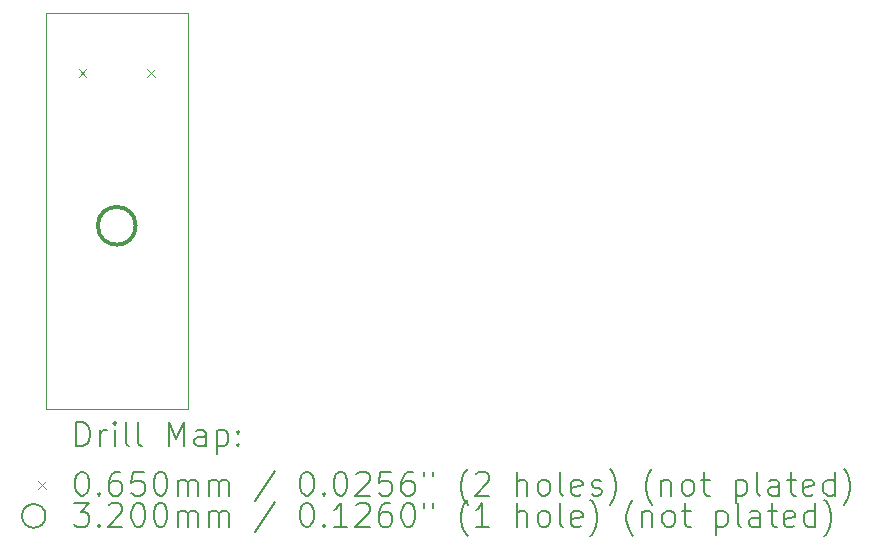
<source format=gbr>
%TF.GenerationSoftware,KiCad,Pcbnew,9.0.1*%
%TF.CreationDate,2025-10-23T20:39:28-06:00*%
%TF.ProjectId,usbport,75736270-6f72-4742-9e6b-696361645f70,rev?*%
%TF.SameCoordinates,Original*%
%TF.FileFunction,Drillmap*%
%TF.FilePolarity,Positive*%
%FSLAX45Y45*%
G04 Gerber Fmt 4.5, Leading zero omitted, Abs format (unit mm)*
G04 Created by KiCad (PCBNEW 9.0.1) date 2025-10-23 20:39:28*
%MOMM*%
%LPD*%
G01*
G04 APERTURE LIST*
%ADD10C,0.050000*%
%ADD11C,0.200000*%
%ADD12C,0.100000*%
%ADD13C,0.320000*%
G04 APERTURE END LIST*
D10*
X9200000Y-7300000D02*
X9800000Y-7300000D01*
X9800000Y-7300000D02*
X9800000Y-9800000D01*
X8600000Y-10650000D02*
X9800000Y-10650000D01*
X8600000Y-9800000D02*
X8600000Y-10650000D01*
X9200000Y-7300000D02*
X8600000Y-7300000D01*
X9800000Y-10650000D02*
X9800000Y-9800000D01*
X8600000Y-7300000D02*
X8600000Y-9800000D01*
D11*
D12*
X8878500Y-7776250D02*
X8943500Y-7841250D01*
X8943500Y-7776250D02*
X8878500Y-7841250D01*
X9456500Y-7776250D02*
X9521500Y-7841250D01*
X9521500Y-7776250D02*
X9456500Y-7841250D01*
D13*
X9360000Y-9100000D02*
G75*
G02*
X9040000Y-9100000I-160000J0D01*
G01*
X9040000Y-9100000D02*
G75*
G02*
X9360000Y-9100000I160000J0D01*
G01*
D11*
X8858277Y-10963984D02*
X8858277Y-10763984D01*
X8858277Y-10763984D02*
X8905896Y-10763984D01*
X8905896Y-10763984D02*
X8934467Y-10773508D01*
X8934467Y-10773508D02*
X8953515Y-10792555D01*
X8953515Y-10792555D02*
X8963039Y-10811603D01*
X8963039Y-10811603D02*
X8972563Y-10849698D01*
X8972563Y-10849698D02*
X8972563Y-10878270D01*
X8972563Y-10878270D02*
X8963039Y-10916365D01*
X8963039Y-10916365D02*
X8953515Y-10935412D01*
X8953515Y-10935412D02*
X8934467Y-10954460D01*
X8934467Y-10954460D02*
X8905896Y-10963984D01*
X8905896Y-10963984D02*
X8858277Y-10963984D01*
X9058277Y-10963984D02*
X9058277Y-10830650D01*
X9058277Y-10868746D02*
X9067801Y-10849698D01*
X9067801Y-10849698D02*
X9077324Y-10840174D01*
X9077324Y-10840174D02*
X9096372Y-10830650D01*
X9096372Y-10830650D02*
X9115420Y-10830650D01*
X9182086Y-10963984D02*
X9182086Y-10830650D01*
X9182086Y-10763984D02*
X9172563Y-10773508D01*
X9172563Y-10773508D02*
X9182086Y-10783031D01*
X9182086Y-10783031D02*
X9191610Y-10773508D01*
X9191610Y-10773508D02*
X9182086Y-10763984D01*
X9182086Y-10763984D02*
X9182086Y-10783031D01*
X9305896Y-10963984D02*
X9286848Y-10954460D01*
X9286848Y-10954460D02*
X9277324Y-10935412D01*
X9277324Y-10935412D02*
X9277324Y-10763984D01*
X9410658Y-10963984D02*
X9391610Y-10954460D01*
X9391610Y-10954460D02*
X9382086Y-10935412D01*
X9382086Y-10935412D02*
X9382086Y-10763984D01*
X9639229Y-10963984D02*
X9639229Y-10763984D01*
X9639229Y-10763984D02*
X9705896Y-10906841D01*
X9705896Y-10906841D02*
X9772563Y-10763984D01*
X9772563Y-10763984D02*
X9772563Y-10963984D01*
X9953515Y-10963984D02*
X9953515Y-10859222D01*
X9953515Y-10859222D02*
X9943991Y-10840174D01*
X9943991Y-10840174D02*
X9924944Y-10830650D01*
X9924944Y-10830650D02*
X9886848Y-10830650D01*
X9886848Y-10830650D02*
X9867801Y-10840174D01*
X9953515Y-10954460D02*
X9934467Y-10963984D01*
X9934467Y-10963984D02*
X9886848Y-10963984D01*
X9886848Y-10963984D02*
X9867801Y-10954460D01*
X9867801Y-10954460D02*
X9858277Y-10935412D01*
X9858277Y-10935412D02*
X9858277Y-10916365D01*
X9858277Y-10916365D02*
X9867801Y-10897317D01*
X9867801Y-10897317D02*
X9886848Y-10887793D01*
X9886848Y-10887793D02*
X9934467Y-10887793D01*
X9934467Y-10887793D02*
X9953515Y-10878270D01*
X10048753Y-10830650D02*
X10048753Y-11030650D01*
X10048753Y-10840174D02*
X10067801Y-10830650D01*
X10067801Y-10830650D02*
X10105896Y-10830650D01*
X10105896Y-10830650D02*
X10124944Y-10840174D01*
X10124944Y-10840174D02*
X10134467Y-10849698D01*
X10134467Y-10849698D02*
X10143991Y-10868746D01*
X10143991Y-10868746D02*
X10143991Y-10925889D01*
X10143991Y-10925889D02*
X10134467Y-10944936D01*
X10134467Y-10944936D02*
X10124944Y-10954460D01*
X10124944Y-10954460D02*
X10105896Y-10963984D01*
X10105896Y-10963984D02*
X10067801Y-10963984D01*
X10067801Y-10963984D02*
X10048753Y-10954460D01*
X10229705Y-10944936D02*
X10239229Y-10954460D01*
X10239229Y-10954460D02*
X10229705Y-10963984D01*
X10229705Y-10963984D02*
X10220182Y-10954460D01*
X10220182Y-10954460D02*
X10229705Y-10944936D01*
X10229705Y-10944936D02*
X10229705Y-10963984D01*
X10229705Y-10840174D02*
X10239229Y-10849698D01*
X10239229Y-10849698D02*
X10229705Y-10859222D01*
X10229705Y-10859222D02*
X10220182Y-10849698D01*
X10220182Y-10849698D02*
X10229705Y-10840174D01*
X10229705Y-10840174D02*
X10229705Y-10859222D01*
D12*
X8532500Y-11260000D02*
X8597500Y-11325000D01*
X8597500Y-11260000D02*
X8532500Y-11325000D01*
D11*
X8896372Y-11183984D02*
X8915420Y-11183984D01*
X8915420Y-11183984D02*
X8934467Y-11193508D01*
X8934467Y-11193508D02*
X8943991Y-11203031D01*
X8943991Y-11203031D02*
X8953515Y-11222079D01*
X8953515Y-11222079D02*
X8963039Y-11260174D01*
X8963039Y-11260174D02*
X8963039Y-11307793D01*
X8963039Y-11307793D02*
X8953515Y-11345888D01*
X8953515Y-11345888D02*
X8943991Y-11364936D01*
X8943991Y-11364936D02*
X8934467Y-11374460D01*
X8934467Y-11374460D02*
X8915420Y-11383984D01*
X8915420Y-11383984D02*
X8896372Y-11383984D01*
X8896372Y-11383984D02*
X8877324Y-11374460D01*
X8877324Y-11374460D02*
X8867801Y-11364936D01*
X8867801Y-11364936D02*
X8858277Y-11345888D01*
X8858277Y-11345888D02*
X8848753Y-11307793D01*
X8848753Y-11307793D02*
X8848753Y-11260174D01*
X8848753Y-11260174D02*
X8858277Y-11222079D01*
X8858277Y-11222079D02*
X8867801Y-11203031D01*
X8867801Y-11203031D02*
X8877324Y-11193508D01*
X8877324Y-11193508D02*
X8896372Y-11183984D01*
X9048753Y-11364936D02*
X9058277Y-11374460D01*
X9058277Y-11374460D02*
X9048753Y-11383984D01*
X9048753Y-11383984D02*
X9039229Y-11374460D01*
X9039229Y-11374460D02*
X9048753Y-11364936D01*
X9048753Y-11364936D02*
X9048753Y-11383984D01*
X9229705Y-11183984D02*
X9191610Y-11183984D01*
X9191610Y-11183984D02*
X9172563Y-11193508D01*
X9172563Y-11193508D02*
X9163039Y-11203031D01*
X9163039Y-11203031D02*
X9143991Y-11231603D01*
X9143991Y-11231603D02*
X9134467Y-11269698D01*
X9134467Y-11269698D02*
X9134467Y-11345888D01*
X9134467Y-11345888D02*
X9143991Y-11364936D01*
X9143991Y-11364936D02*
X9153515Y-11374460D01*
X9153515Y-11374460D02*
X9172563Y-11383984D01*
X9172563Y-11383984D02*
X9210658Y-11383984D01*
X9210658Y-11383984D02*
X9229705Y-11374460D01*
X9229705Y-11374460D02*
X9239229Y-11364936D01*
X9239229Y-11364936D02*
X9248753Y-11345888D01*
X9248753Y-11345888D02*
X9248753Y-11298269D01*
X9248753Y-11298269D02*
X9239229Y-11279222D01*
X9239229Y-11279222D02*
X9229705Y-11269698D01*
X9229705Y-11269698D02*
X9210658Y-11260174D01*
X9210658Y-11260174D02*
X9172563Y-11260174D01*
X9172563Y-11260174D02*
X9153515Y-11269698D01*
X9153515Y-11269698D02*
X9143991Y-11279222D01*
X9143991Y-11279222D02*
X9134467Y-11298269D01*
X9429705Y-11183984D02*
X9334467Y-11183984D01*
X9334467Y-11183984D02*
X9324944Y-11279222D01*
X9324944Y-11279222D02*
X9334467Y-11269698D01*
X9334467Y-11269698D02*
X9353515Y-11260174D01*
X9353515Y-11260174D02*
X9401134Y-11260174D01*
X9401134Y-11260174D02*
X9420182Y-11269698D01*
X9420182Y-11269698D02*
X9429705Y-11279222D01*
X9429705Y-11279222D02*
X9439229Y-11298269D01*
X9439229Y-11298269D02*
X9439229Y-11345888D01*
X9439229Y-11345888D02*
X9429705Y-11364936D01*
X9429705Y-11364936D02*
X9420182Y-11374460D01*
X9420182Y-11374460D02*
X9401134Y-11383984D01*
X9401134Y-11383984D02*
X9353515Y-11383984D01*
X9353515Y-11383984D02*
X9334467Y-11374460D01*
X9334467Y-11374460D02*
X9324944Y-11364936D01*
X9563039Y-11183984D02*
X9582086Y-11183984D01*
X9582086Y-11183984D02*
X9601134Y-11193508D01*
X9601134Y-11193508D02*
X9610658Y-11203031D01*
X9610658Y-11203031D02*
X9620182Y-11222079D01*
X9620182Y-11222079D02*
X9629705Y-11260174D01*
X9629705Y-11260174D02*
X9629705Y-11307793D01*
X9629705Y-11307793D02*
X9620182Y-11345888D01*
X9620182Y-11345888D02*
X9610658Y-11364936D01*
X9610658Y-11364936D02*
X9601134Y-11374460D01*
X9601134Y-11374460D02*
X9582086Y-11383984D01*
X9582086Y-11383984D02*
X9563039Y-11383984D01*
X9563039Y-11383984D02*
X9543991Y-11374460D01*
X9543991Y-11374460D02*
X9534467Y-11364936D01*
X9534467Y-11364936D02*
X9524944Y-11345888D01*
X9524944Y-11345888D02*
X9515420Y-11307793D01*
X9515420Y-11307793D02*
X9515420Y-11260174D01*
X9515420Y-11260174D02*
X9524944Y-11222079D01*
X9524944Y-11222079D02*
X9534467Y-11203031D01*
X9534467Y-11203031D02*
X9543991Y-11193508D01*
X9543991Y-11193508D02*
X9563039Y-11183984D01*
X9715420Y-11383984D02*
X9715420Y-11250650D01*
X9715420Y-11269698D02*
X9724944Y-11260174D01*
X9724944Y-11260174D02*
X9743991Y-11250650D01*
X9743991Y-11250650D02*
X9772563Y-11250650D01*
X9772563Y-11250650D02*
X9791610Y-11260174D01*
X9791610Y-11260174D02*
X9801134Y-11279222D01*
X9801134Y-11279222D02*
X9801134Y-11383984D01*
X9801134Y-11279222D02*
X9810658Y-11260174D01*
X9810658Y-11260174D02*
X9829705Y-11250650D01*
X9829705Y-11250650D02*
X9858277Y-11250650D01*
X9858277Y-11250650D02*
X9877325Y-11260174D01*
X9877325Y-11260174D02*
X9886848Y-11279222D01*
X9886848Y-11279222D02*
X9886848Y-11383984D01*
X9982086Y-11383984D02*
X9982086Y-11250650D01*
X9982086Y-11269698D02*
X9991610Y-11260174D01*
X9991610Y-11260174D02*
X10010658Y-11250650D01*
X10010658Y-11250650D02*
X10039229Y-11250650D01*
X10039229Y-11250650D02*
X10058277Y-11260174D01*
X10058277Y-11260174D02*
X10067801Y-11279222D01*
X10067801Y-11279222D02*
X10067801Y-11383984D01*
X10067801Y-11279222D02*
X10077325Y-11260174D01*
X10077325Y-11260174D02*
X10096372Y-11250650D01*
X10096372Y-11250650D02*
X10124944Y-11250650D01*
X10124944Y-11250650D02*
X10143991Y-11260174D01*
X10143991Y-11260174D02*
X10153515Y-11279222D01*
X10153515Y-11279222D02*
X10153515Y-11383984D01*
X10543991Y-11174460D02*
X10372563Y-11431603D01*
X10801134Y-11183984D02*
X10820182Y-11183984D01*
X10820182Y-11183984D02*
X10839229Y-11193508D01*
X10839229Y-11193508D02*
X10848753Y-11203031D01*
X10848753Y-11203031D02*
X10858277Y-11222079D01*
X10858277Y-11222079D02*
X10867801Y-11260174D01*
X10867801Y-11260174D02*
X10867801Y-11307793D01*
X10867801Y-11307793D02*
X10858277Y-11345888D01*
X10858277Y-11345888D02*
X10848753Y-11364936D01*
X10848753Y-11364936D02*
X10839229Y-11374460D01*
X10839229Y-11374460D02*
X10820182Y-11383984D01*
X10820182Y-11383984D02*
X10801134Y-11383984D01*
X10801134Y-11383984D02*
X10782087Y-11374460D01*
X10782087Y-11374460D02*
X10772563Y-11364936D01*
X10772563Y-11364936D02*
X10763039Y-11345888D01*
X10763039Y-11345888D02*
X10753515Y-11307793D01*
X10753515Y-11307793D02*
X10753515Y-11260174D01*
X10753515Y-11260174D02*
X10763039Y-11222079D01*
X10763039Y-11222079D02*
X10772563Y-11203031D01*
X10772563Y-11203031D02*
X10782087Y-11193508D01*
X10782087Y-11193508D02*
X10801134Y-11183984D01*
X10953515Y-11364936D02*
X10963039Y-11374460D01*
X10963039Y-11374460D02*
X10953515Y-11383984D01*
X10953515Y-11383984D02*
X10943991Y-11374460D01*
X10943991Y-11374460D02*
X10953515Y-11364936D01*
X10953515Y-11364936D02*
X10953515Y-11383984D01*
X11086848Y-11183984D02*
X11105896Y-11183984D01*
X11105896Y-11183984D02*
X11124944Y-11193508D01*
X11124944Y-11193508D02*
X11134468Y-11203031D01*
X11134468Y-11203031D02*
X11143991Y-11222079D01*
X11143991Y-11222079D02*
X11153515Y-11260174D01*
X11153515Y-11260174D02*
X11153515Y-11307793D01*
X11153515Y-11307793D02*
X11143991Y-11345888D01*
X11143991Y-11345888D02*
X11134468Y-11364936D01*
X11134468Y-11364936D02*
X11124944Y-11374460D01*
X11124944Y-11374460D02*
X11105896Y-11383984D01*
X11105896Y-11383984D02*
X11086848Y-11383984D01*
X11086848Y-11383984D02*
X11067801Y-11374460D01*
X11067801Y-11374460D02*
X11058277Y-11364936D01*
X11058277Y-11364936D02*
X11048753Y-11345888D01*
X11048753Y-11345888D02*
X11039229Y-11307793D01*
X11039229Y-11307793D02*
X11039229Y-11260174D01*
X11039229Y-11260174D02*
X11048753Y-11222079D01*
X11048753Y-11222079D02*
X11058277Y-11203031D01*
X11058277Y-11203031D02*
X11067801Y-11193508D01*
X11067801Y-11193508D02*
X11086848Y-11183984D01*
X11229706Y-11203031D02*
X11239229Y-11193508D01*
X11239229Y-11193508D02*
X11258277Y-11183984D01*
X11258277Y-11183984D02*
X11305896Y-11183984D01*
X11305896Y-11183984D02*
X11324944Y-11193508D01*
X11324944Y-11193508D02*
X11334467Y-11203031D01*
X11334467Y-11203031D02*
X11343991Y-11222079D01*
X11343991Y-11222079D02*
X11343991Y-11241127D01*
X11343991Y-11241127D02*
X11334467Y-11269698D01*
X11334467Y-11269698D02*
X11220182Y-11383984D01*
X11220182Y-11383984D02*
X11343991Y-11383984D01*
X11524944Y-11183984D02*
X11429706Y-11183984D01*
X11429706Y-11183984D02*
X11420182Y-11279222D01*
X11420182Y-11279222D02*
X11429706Y-11269698D01*
X11429706Y-11269698D02*
X11448753Y-11260174D01*
X11448753Y-11260174D02*
X11496372Y-11260174D01*
X11496372Y-11260174D02*
X11515420Y-11269698D01*
X11515420Y-11269698D02*
X11524944Y-11279222D01*
X11524944Y-11279222D02*
X11534467Y-11298269D01*
X11534467Y-11298269D02*
X11534467Y-11345888D01*
X11534467Y-11345888D02*
X11524944Y-11364936D01*
X11524944Y-11364936D02*
X11515420Y-11374460D01*
X11515420Y-11374460D02*
X11496372Y-11383984D01*
X11496372Y-11383984D02*
X11448753Y-11383984D01*
X11448753Y-11383984D02*
X11429706Y-11374460D01*
X11429706Y-11374460D02*
X11420182Y-11364936D01*
X11705896Y-11183984D02*
X11667801Y-11183984D01*
X11667801Y-11183984D02*
X11648753Y-11193508D01*
X11648753Y-11193508D02*
X11639229Y-11203031D01*
X11639229Y-11203031D02*
X11620182Y-11231603D01*
X11620182Y-11231603D02*
X11610658Y-11269698D01*
X11610658Y-11269698D02*
X11610658Y-11345888D01*
X11610658Y-11345888D02*
X11620182Y-11364936D01*
X11620182Y-11364936D02*
X11629706Y-11374460D01*
X11629706Y-11374460D02*
X11648753Y-11383984D01*
X11648753Y-11383984D02*
X11686848Y-11383984D01*
X11686848Y-11383984D02*
X11705896Y-11374460D01*
X11705896Y-11374460D02*
X11715420Y-11364936D01*
X11715420Y-11364936D02*
X11724944Y-11345888D01*
X11724944Y-11345888D02*
X11724944Y-11298269D01*
X11724944Y-11298269D02*
X11715420Y-11279222D01*
X11715420Y-11279222D02*
X11705896Y-11269698D01*
X11705896Y-11269698D02*
X11686848Y-11260174D01*
X11686848Y-11260174D02*
X11648753Y-11260174D01*
X11648753Y-11260174D02*
X11629706Y-11269698D01*
X11629706Y-11269698D02*
X11620182Y-11279222D01*
X11620182Y-11279222D02*
X11610658Y-11298269D01*
X11801134Y-11183984D02*
X11801134Y-11222079D01*
X11877325Y-11183984D02*
X11877325Y-11222079D01*
X12172563Y-11460174D02*
X12163039Y-11450650D01*
X12163039Y-11450650D02*
X12143991Y-11422079D01*
X12143991Y-11422079D02*
X12134468Y-11403031D01*
X12134468Y-11403031D02*
X12124944Y-11374460D01*
X12124944Y-11374460D02*
X12115420Y-11326841D01*
X12115420Y-11326841D02*
X12115420Y-11288746D01*
X12115420Y-11288746D02*
X12124944Y-11241127D01*
X12124944Y-11241127D02*
X12134468Y-11212555D01*
X12134468Y-11212555D02*
X12143991Y-11193508D01*
X12143991Y-11193508D02*
X12163039Y-11164936D01*
X12163039Y-11164936D02*
X12172563Y-11155412D01*
X12239229Y-11203031D02*
X12248753Y-11193508D01*
X12248753Y-11193508D02*
X12267801Y-11183984D01*
X12267801Y-11183984D02*
X12315420Y-11183984D01*
X12315420Y-11183984D02*
X12334468Y-11193508D01*
X12334468Y-11193508D02*
X12343991Y-11203031D01*
X12343991Y-11203031D02*
X12353515Y-11222079D01*
X12353515Y-11222079D02*
X12353515Y-11241127D01*
X12353515Y-11241127D02*
X12343991Y-11269698D01*
X12343991Y-11269698D02*
X12229706Y-11383984D01*
X12229706Y-11383984D02*
X12353515Y-11383984D01*
X12591610Y-11383984D02*
X12591610Y-11183984D01*
X12677325Y-11383984D02*
X12677325Y-11279222D01*
X12677325Y-11279222D02*
X12667801Y-11260174D01*
X12667801Y-11260174D02*
X12648753Y-11250650D01*
X12648753Y-11250650D02*
X12620182Y-11250650D01*
X12620182Y-11250650D02*
X12601134Y-11260174D01*
X12601134Y-11260174D02*
X12591610Y-11269698D01*
X12801134Y-11383984D02*
X12782087Y-11374460D01*
X12782087Y-11374460D02*
X12772563Y-11364936D01*
X12772563Y-11364936D02*
X12763039Y-11345888D01*
X12763039Y-11345888D02*
X12763039Y-11288746D01*
X12763039Y-11288746D02*
X12772563Y-11269698D01*
X12772563Y-11269698D02*
X12782087Y-11260174D01*
X12782087Y-11260174D02*
X12801134Y-11250650D01*
X12801134Y-11250650D02*
X12829706Y-11250650D01*
X12829706Y-11250650D02*
X12848753Y-11260174D01*
X12848753Y-11260174D02*
X12858277Y-11269698D01*
X12858277Y-11269698D02*
X12867801Y-11288746D01*
X12867801Y-11288746D02*
X12867801Y-11345888D01*
X12867801Y-11345888D02*
X12858277Y-11364936D01*
X12858277Y-11364936D02*
X12848753Y-11374460D01*
X12848753Y-11374460D02*
X12829706Y-11383984D01*
X12829706Y-11383984D02*
X12801134Y-11383984D01*
X12982087Y-11383984D02*
X12963039Y-11374460D01*
X12963039Y-11374460D02*
X12953515Y-11355412D01*
X12953515Y-11355412D02*
X12953515Y-11183984D01*
X13134468Y-11374460D02*
X13115420Y-11383984D01*
X13115420Y-11383984D02*
X13077325Y-11383984D01*
X13077325Y-11383984D02*
X13058277Y-11374460D01*
X13058277Y-11374460D02*
X13048753Y-11355412D01*
X13048753Y-11355412D02*
X13048753Y-11279222D01*
X13048753Y-11279222D02*
X13058277Y-11260174D01*
X13058277Y-11260174D02*
X13077325Y-11250650D01*
X13077325Y-11250650D02*
X13115420Y-11250650D01*
X13115420Y-11250650D02*
X13134468Y-11260174D01*
X13134468Y-11260174D02*
X13143991Y-11279222D01*
X13143991Y-11279222D02*
X13143991Y-11298269D01*
X13143991Y-11298269D02*
X13048753Y-11317317D01*
X13220182Y-11374460D02*
X13239230Y-11383984D01*
X13239230Y-11383984D02*
X13277325Y-11383984D01*
X13277325Y-11383984D02*
X13296372Y-11374460D01*
X13296372Y-11374460D02*
X13305896Y-11355412D01*
X13305896Y-11355412D02*
X13305896Y-11345888D01*
X13305896Y-11345888D02*
X13296372Y-11326841D01*
X13296372Y-11326841D02*
X13277325Y-11317317D01*
X13277325Y-11317317D02*
X13248753Y-11317317D01*
X13248753Y-11317317D02*
X13229706Y-11307793D01*
X13229706Y-11307793D02*
X13220182Y-11288746D01*
X13220182Y-11288746D02*
X13220182Y-11279222D01*
X13220182Y-11279222D02*
X13229706Y-11260174D01*
X13229706Y-11260174D02*
X13248753Y-11250650D01*
X13248753Y-11250650D02*
X13277325Y-11250650D01*
X13277325Y-11250650D02*
X13296372Y-11260174D01*
X13372563Y-11460174D02*
X13382087Y-11450650D01*
X13382087Y-11450650D02*
X13401134Y-11422079D01*
X13401134Y-11422079D02*
X13410658Y-11403031D01*
X13410658Y-11403031D02*
X13420182Y-11374460D01*
X13420182Y-11374460D02*
X13429706Y-11326841D01*
X13429706Y-11326841D02*
X13429706Y-11288746D01*
X13429706Y-11288746D02*
X13420182Y-11241127D01*
X13420182Y-11241127D02*
X13410658Y-11212555D01*
X13410658Y-11212555D02*
X13401134Y-11193508D01*
X13401134Y-11193508D02*
X13382087Y-11164936D01*
X13382087Y-11164936D02*
X13372563Y-11155412D01*
X13734468Y-11460174D02*
X13724944Y-11450650D01*
X13724944Y-11450650D02*
X13705896Y-11422079D01*
X13705896Y-11422079D02*
X13696372Y-11403031D01*
X13696372Y-11403031D02*
X13686849Y-11374460D01*
X13686849Y-11374460D02*
X13677325Y-11326841D01*
X13677325Y-11326841D02*
X13677325Y-11288746D01*
X13677325Y-11288746D02*
X13686849Y-11241127D01*
X13686849Y-11241127D02*
X13696372Y-11212555D01*
X13696372Y-11212555D02*
X13705896Y-11193508D01*
X13705896Y-11193508D02*
X13724944Y-11164936D01*
X13724944Y-11164936D02*
X13734468Y-11155412D01*
X13810658Y-11250650D02*
X13810658Y-11383984D01*
X13810658Y-11269698D02*
X13820182Y-11260174D01*
X13820182Y-11260174D02*
X13839230Y-11250650D01*
X13839230Y-11250650D02*
X13867801Y-11250650D01*
X13867801Y-11250650D02*
X13886849Y-11260174D01*
X13886849Y-11260174D02*
X13896372Y-11279222D01*
X13896372Y-11279222D02*
X13896372Y-11383984D01*
X14020182Y-11383984D02*
X14001134Y-11374460D01*
X14001134Y-11374460D02*
X13991611Y-11364936D01*
X13991611Y-11364936D02*
X13982087Y-11345888D01*
X13982087Y-11345888D02*
X13982087Y-11288746D01*
X13982087Y-11288746D02*
X13991611Y-11269698D01*
X13991611Y-11269698D02*
X14001134Y-11260174D01*
X14001134Y-11260174D02*
X14020182Y-11250650D01*
X14020182Y-11250650D02*
X14048753Y-11250650D01*
X14048753Y-11250650D02*
X14067801Y-11260174D01*
X14067801Y-11260174D02*
X14077325Y-11269698D01*
X14077325Y-11269698D02*
X14086849Y-11288746D01*
X14086849Y-11288746D02*
X14086849Y-11345888D01*
X14086849Y-11345888D02*
X14077325Y-11364936D01*
X14077325Y-11364936D02*
X14067801Y-11374460D01*
X14067801Y-11374460D02*
X14048753Y-11383984D01*
X14048753Y-11383984D02*
X14020182Y-11383984D01*
X14143992Y-11250650D02*
X14220182Y-11250650D01*
X14172563Y-11183984D02*
X14172563Y-11355412D01*
X14172563Y-11355412D02*
X14182087Y-11374460D01*
X14182087Y-11374460D02*
X14201134Y-11383984D01*
X14201134Y-11383984D02*
X14220182Y-11383984D01*
X14439230Y-11250650D02*
X14439230Y-11450650D01*
X14439230Y-11260174D02*
X14458277Y-11250650D01*
X14458277Y-11250650D02*
X14496373Y-11250650D01*
X14496373Y-11250650D02*
X14515420Y-11260174D01*
X14515420Y-11260174D02*
X14524944Y-11269698D01*
X14524944Y-11269698D02*
X14534468Y-11288746D01*
X14534468Y-11288746D02*
X14534468Y-11345888D01*
X14534468Y-11345888D02*
X14524944Y-11364936D01*
X14524944Y-11364936D02*
X14515420Y-11374460D01*
X14515420Y-11374460D02*
X14496373Y-11383984D01*
X14496373Y-11383984D02*
X14458277Y-11383984D01*
X14458277Y-11383984D02*
X14439230Y-11374460D01*
X14648753Y-11383984D02*
X14629706Y-11374460D01*
X14629706Y-11374460D02*
X14620182Y-11355412D01*
X14620182Y-11355412D02*
X14620182Y-11183984D01*
X14810658Y-11383984D02*
X14810658Y-11279222D01*
X14810658Y-11279222D02*
X14801134Y-11260174D01*
X14801134Y-11260174D02*
X14782087Y-11250650D01*
X14782087Y-11250650D02*
X14743992Y-11250650D01*
X14743992Y-11250650D02*
X14724944Y-11260174D01*
X14810658Y-11374460D02*
X14791611Y-11383984D01*
X14791611Y-11383984D02*
X14743992Y-11383984D01*
X14743992Y-11383984D02*
X14724944Y-11374460D01*
X14724944Y-11374460D02*
X14715420Y-11355412D01*
X14715420Y-11355412D02*
X14715420Y-11336365D01*
X14715420Y-11336365D02*
X14724944Y-11317317D01*
X14724944Y-11317317D02*
X14743992Y-11307793D01*
X14743992Y-11307793D02*
X14791611Y-11307793D01*
X14791611Y-11307793D02*
X14810658Y-11298269D01*
X14877325Y-11250650D02*
X14953515Y-11250650D01*
X14905896Y-11183984D02*
X14905896Y-11355412D01*
X14905896Y-11355412D02*
X14915420Y-11374460D01*
X14915420Y-11374460D02*
X14934468Y-11383984D01*
X14934468Y-11383984D02*
X14953515Y-11383984D01*
X15096373Y-11374460D02*
X15077325Y-11383984D01*
X15077325Y-11383984D02*
X15039230Y-11383984D01*
X15039230Y-11383984D02*
X15020182Y-11374460D01*
X15020182Y-11374460D02*
X15010658Y-11355412D01*
X15010658Y-11355412D02*
X15010658Y-11279222D01*
X15010658Y-11279222D02*
X15020182Y-11260174D01*
X15020182Y-11260174D02*
X15039230Y-11250650D01*
X15039230Y-11250650D02*
X15077325Y-11250650D01*
X15077325Y-11250650D02*
X15096373Y-11260174D01*
X15096373Y-11260174D02*
X15105896Y-11279222D01*
X15105896Y-11279222D02*
X15105896Y-11298269D01*
X15105896Y-11298269D02*
X15010658Y-11317317D01*
X15277325Y-11383984D02*
X15277325Y-11183984D01*
X15277325Y-11374460D02*
X15258277Y-11383984D01*
X15258277Y-11383984D02*
X15220182Y-11383984D01*
X15220182Y-11383984D02*
X15201134Y-11374460D01*
X15201134Y-11374460D02*
X15191611Y-11364936D01*
X15191611Y-11364936D02*
X15182087Y-11345888D01*
X15182087Y-11345888D02*
X15182087Y-11288746D01*
X15182087Y-11288746D02*
X15191611Y-11269698D01*
X15191611Y-11269698D02*
X15201134Y-11260174D01*
X15201134Y-11260174D02*
X15220182Y-11250650D01*
X15220182Y-11250650D02*
X15258277Y-11250650D01*
X15258277Y-11250650D02*
X15277325Y-11260174D01*
X15353515Y-11460174D02*
X15363039Y-11450650D01*
X15363039Y-11450650D02*
X15382087Y-11422079D01*
X15382087Y-11422079D02*
X15391611Y-11403031D01*
X15391611Y-11403031D02*
X15401134Y-11374460D01*
X15401134Y-11374460D02*
X15410658Y-11326841D01*
X15410658Y-11326841D02*
X15410658Y-11288746D01*
X15410658Y-11288746D02*
X15401134Y-11241127D01*
X15401134Y-11241127D02*
X15391611Y-11212555D01*
X15391611Y-11212555D02*
X15382087Y-11193508D01*
X15382087Y-11193508D02*
X15363039Y-11164936D01*
X15363039Y-11164936D02*
X15353515Y-11155412D01*
X8597500Y-11556500D02*
G75*
G02*
X8397500Y-11556500I-100000J0D01*
G01*
X8397500Y-11556500D02*
G75*
G02*
X8597500Y-11556500I100000J0D01*
G01*
X8839229Y-11447984D02*
X8963039Y-11447984D01*
X8963039Y-11447984D02*
X8896372Y-11524174D01*
X8896372Y-11524174D02*
X8924944Y-11524174D01*
X8924944Y-11524174D02*
X8943991Y-11533698D01*
X8943991Y-11533698D02*
X8953515Y-11543222D01*
X8953515Y-11543222D02*
X8963039Y-11562269D01*
X8963039Y-11562269D02*
X8963039Y-11609888D01*
X8963039Y-11609888D02*
X8953515Y-11628936D01*
X8953515Y-11628936D02*
X8943991Y-11638460D01*
X8943991Y-11638460D02*
X8924944Y-11647984D01*
X8924944Y-11647984D02*
X8867801Y-11647984D01*
X8867801Y-11647984D02*
X8848753Y-11638460D01*
X8848753Y-11638460D02*
X8839229Y-11628936D01*
X9048753Y-11628936D02*
X9058277Y-11638460D01*
X9058277Y-11638460D02*
X9048753Y-11647984D01*
X9048753Y-11647984D02*
X9039229Y-11638460D01*
X9039229Y-11638460D02*
X9048753Y-11628936D01*
X9048753Y-11628936D02*
X9048753Y-11647984D01*
X9134467Y-11467031D02*
X9143991Y-11457508D01*
X9143991Y-11457508D02*
X9163039Y-11447984D01*
X9163039Y-11447984D02*
X9210658Y-11447984D01*
X9210658Y-11447984D02*
X9229705Y-11457508D01*
X9229705Y-11457508D02*
X9239229Y-11467031D01*
X9239229Y-11467031D02*
X9248753Y-11486079D01*
X9248753Y-11486079D02*
X9248753Y-11505127D01*
X9248753Y-11505127D02*
X9239229Y-11533698D01*
X9239229Y-11533698D02*
X9124944Y-11647984D01*
X9124944Y-11647984D02*
X9248753Y-11647984D01*
X9372563Y-11447984D02*
X9391610Y-11447984D01*
X9391610Y-11447984D02*
X9410658Y-11457508D01*
X9410658Y-11457508D02*
X9420182Y-11467031D01*
X9420182Y-11467031D02*
X9429705Y-11486079D01*
X9429705Y-11486079D02*
X9439229Y-11524174D01*
X9439229Y-11524174D02*
X9439229Y-11571793D01*
X9439229Y-11571793D02*
X9429705Y-11609888D01*
X9429705Y-11609888D02*
X9420182Y-11628936D01*
X9420182Y-11628936D02*
X9410658Y-11638460D01*
X9410658Y-11638460D02*
X9391610Y-11647984D01*
X9391610Y-11647984D02*
X9372563Y-11647984D01*
X9372563Y-11647984D02*
X9353515Y-11638460D01*
X9353515Y-11638460D02*
X9343991Y-11628936D01*
X9343991Y-11628936D02*
X9334467Y-11609888D01*
X9334467Y-11609888D02*
X9324944Y-11571793D01*
X9324944Y-11571793D02*
X9324944Y-11524174D01*
X9324944Y-11524174D02*
X9334467Y-11486079D01*
X9334467Y-11486079D02*
X9343991Y-11467031D01*
X9343991Y-11467031D02*
X9353515Y-11457508D01*
X9353515Y-11457508D02*
X9372563Y-11447984D01*
X9563039Y-11447984D02*
X9582086Y-11447984D01*
X9582086Y-11447984D02*
X9601134Y-11457508D01*
X9601134Y-11457508D02*
X9610658Y-11467031D01*
X9610658Y-11467031D02*
X9620182Y-11486079D01*
X9620182Y-11486079D02*
X9629705Y-11524174D01*
X9629705Y-11524174D02*
X9629705Y-11571793D01*
X9629705Y-11571793D02*
X9620182Y-11609888D01*
X9620182Y-11609888D02*
X9610658Y-11628936D01*
X9610658Y-11628936D02*
X9601134Y-11638460D01*
X9601134Y-11638460D02*
X9582086Y-11647984D01*
X9582086Y-11647984D02*
X9563039Y-11647984D01*
X9563039Y-11647984D02*
X9543991Y-11638460D01*
X9543991Y-11638460D02*
X9534467Y-11628936D01*
X9534467Y-11628936D02*
X9524944Y-11609888D01*
X9524944Y-11609888D02*
X9515420Y-11571793D01*
X9515420Y-11571793D02*
X9515420Y-11524174D01*
X9515420Y-11524174D02*
X9524944Y-11486079D01*
X9524944Y-11486079D02*
X9534467Y-11467031D01*
X9534467Y-11467031D02*
X9543991Y-11457508D01*
X9543991Y-11457508D02*
X9563039Y-11447984D01*
X9715420Y-11647984D02*
X9715420Y-11514650D01*
X9715420Y-11533698D02*
X9724944Y-11524174D01*
X9724944Y-11524174D02*
X9743991Y-11514650D01*
X9743991Y-11514650D02*
X9772563Y-11514650D01*
X9772563Y-11514650D02*
X9791610Y-11524174D01*
X9791610Y-11524174D02*
X9801134Y-11543222D01*
X9801134Y-11543222D02*
X9801134Y-11647984D01*
X9801134Y-11543222D02*
X9810658Y-11524174D01*
X9810658Y-11524174D02*
X9829705Y-11514650D01*
X9829705Y-11514650D02*
X9858277Y-11514650D01*
X9858277Y-11514650D02*
X9877325Y-11524174D01*
X9877325Y-11524174D02*
X9886848Y-11543222D01*
X9886848Y-11543222D02*
X9886848Y-11647984D01*
X9982086Y-11647984D02*
X9982086Y-11514650D01*
X9982086Y-11533698D02*
X9991610Y-11524174D01*
X9991610Y-11524174D02*
X10010658Y-11514650D01*
X10010658Y-11514650D02*
X10039229Y-11514650D01*
X10039229Y-11514650D02*
X10058277Y-11524174D01*
X10058277Y-11524174D02*
X10067801Y-11543222D01*
X10067801Y-11543222D02*
X10067801Y-11647984D01*
X10067801Y-11543222D02*
X10077325Y-11524174D01*
X10077325Y-11524174D02*
X10096372Y-11514650D01*
X10096372Y-11514650D02*
X10124944Y-11514650D01*
X10124944Y-11514650D02*
X10143991Y-11524174D01*
X10143991Y-11524174D02*
X10153515Y-11543222D01*
X10153515Y-11543222D02*
X10153515Y-11647984D01*
X10543991Y-11438460D02*
X10372563Y-11695603D01*
X10801134Y-11447984D02*
X10820182Y-11447984D01*
X10820182Y-11447984D02*
X10839229Y-11457508D01*
X10839229Y-11457508D02*
X10848753Y-11467031D01*
X10848753Y-11467031D02*
X10858277Y-11486079D01*
X10858277Y-11486079D02*
X10867801Y-11524174D01*
X10867801Y-11524174D02*
X10867801Y-11571793D01*
X10867801Y-11571793D02*
X10858277Y-11609888D01*
X10858277Y-11609888D02*
X10848753Y-11628936D01*
X10848753Y-11628936D02*
X10839229Y-11638460D01*
X10839229Y-11638460D02*
X10820182Y-11647984D01*
X10820182Y-11647984D02*
X10801134Y-11647984D01*
X10801134Y-11647984D02*
X10782087Y-11638460D01*
X10782087Y-11638460D02*
X10772563Y-11628936D01*
X10772563Y-11628936D02*
X10763039Y-11609888D01*
X10763039Y-11609888D02*
X10753515Y-11571793D01*
X10753515Y-11571793D02*
X10753515Y-11524174D01*
X10753515Y-11524174D02*
X10763039Y-11486079D01*
X10763039Y-11486079D02*
X10772563Y-11467031D01*
X10772563Y-11467031D02*
X10782087Y-11457508D01*
X10782087Y-11457508D02*
X10801134Y-11447984D01*
X10953515Y-11628936D02*
X10963039Y-11638460D01*
X10963039Y-11638460D02*
X10953515Y-11647984D01*
X10953515Y-11647984D02*
X10943991Y-11638460D01*
X10943991Y-11638460D02*
X10953515Y-11628936D01*
X10953515Y-11628936D02*
X10953515Y-11647984D01*
X11153515Y-11647984D02*
X11039229Y-11647984D01*
X11096372Y-11647984D02*
X11096372Y-11447984D01*
X11096372Y-11447984D02*
X11077325Y-11476555D01*
X11077325Y-11476555D02*
X11058277Y-11495603D01*
X11058277Y-11495603D02*
X11039229Y-11505127D01*
X11229706Y-11467031D02*
X11239229Y-11457508D01*
X11239229Y-11457508D02*
X11258277Y-11447984D01*
X11258277Y-11447984D02*
X11305896Y-11447984D01*
X11305896Y-11447984D02*
X11324944Y-11457508D01*
X11324944Y-11457508D02*
X11334467Y-11467031D01*
X11334467Y-11467031D02*
X11343991Y-11486079D01*
X11343991Y-11486079D02*
X11343991Y-11505127D01*
X11343991Y-11505127D02*
X11334467Y-11533698D01*
X11334467Y-11533698D02*
X11220182Y-11647984D01*
X11220182Y-11647984D02*
X11343991Y-11647984D01*
X11515420Y-11447984D02*
X11477325Y-11447984D01*
X11477325Y-11447984D02*
X11458277Y-11457508D01*
X11458277Y-11457508D02*
X11448753Y-11467031D01*
X11448753Y-11467031D02*
X11429706Y-11495603D01*
X11429706Y-11495603D02*
X11420182Y-11533698D01*
X11420182Y-11533698D02*
X11420182Y-11609888D01*
X11420182Y-11609888D02*
X11429706Y-11628936D01*
X11429706Y-11628936D02*
X11439229Y-11638460D01*
X11439229Y-11638460D02*
X11458277Y-11647984D01*
X11458277Y-11647984D02*
X11496372Y-11647984D01*
X11496372Y-11647984D02*
X11515420Y-11638460D01*
X11515420Y-11638460D02*
X11524944Y-11628936D01*
X11524944Y-11628936D02*
X11534467Y-11609888D01*
X11534467Y-11609888D02*
X11534467Y-11562269D01*
X11534467Y-11562269D02*
X11524944Y-11543222D01*
X11524944Y-11543222D02*
X11515420Y-11533698D01*
X11515420Y-11533698D02*
X11496372Y-11524174D01*
X11496372Y-11524174D02*
X11458277Y-11524174D01*
X11458277Y-11524174D02*
X11439229Y-11533698D01*
X11439229Y-11533698D02*
X11429706Y-11543222D01*
X11429706Y-11543222D02*
X11420182Y-11562269D01*
X11658277Y-11447984D02*
X11677325Y-11447984D01*
X11677325Y-11447984D02*
X11696372Y-11457508D01*
X11696372Y-11457508D02*
X11705896Y-11467031D01*
X11705896Y-11467031D02*
X11715420Y-11486079D01*
X11715420Y-11486079D02*
X11724944Y-11524174D01*
X11724944Y-11524174D02*
X11724944Y-11571793D01*
X11724944Y-11571793D02*
X11715420Y-11609888D01*
X11715420Y-11609888D02*
X11705896Y-11628936D01*
X11705896Y-11628936D02*
X11696372Y-11638460D01*
X11696372Y-11638460D02*
X11677325Y-11647984D01*
X11677325Y-11647984D02*
X11658277Y-11647984D01*
X11658277Y-11647984D02*
X11639229Y-11638460D01*
X11639229Y-11638460D02*
X11629706Y-11628936D01*
X11629706Y-11628936D02*
X11620182Y-11609888D01*
X11620182Y-11609888D02*
X11610658Y-11571793D01*
X11610658Y-11571793D02*
X11610658Y-11524174D01*
X11610658Y-11524174D02*
X11620182Y-11486079D01*
X11620182Y-11486079D02*
X11629706Y-11467031D01*
X11629706Y-11467031D02*
X11639229Y-11457508D01*
X11639229Y-11457508D02*
X11658277Y-11447984D01*
X11801134Y-11447984D02*
X11801134Y-11486079D01*
X11877325Y-11447984D02*
X11877325Y-11486079D01*
X12172563Y-11724174D02*
X12163039Y-11714650D01*
X12163039Y-11714650D02*
X12143991Y-11686079D01*
X12143991Y-11686079D02*
X12134468Y-11667031D01*
X12134468Y-11667031D02*
X12124944Y-11638460D01*
X12124944Y-11638460D02*
X12115420Y-11590841D01*
X12115420Y-11590841D02*
X12115420Y-11552746D01*
X12115420Y-11552746D02*
X12124944Y-11505127D01*
X12124944Y-11505127D02*
X12134468Y-11476555D01*
X12134468Y-11476555D02*
X12143991Y-11457508D01*
X12143991Y-11457508D02*
X12163039Y-11428936D01*
X12163039Y-11428936D02*
X12172563Y-11419412D01*
X12353515Y-11647984D02*
X12239229Y-11647984D01*
X12296372Y-11647984D02*
X12296372Y-11447984D01*
X12296372Y-11447984D02*
X12277325Y-11476555D01*
X12277325Y-11476555D02*
X12258277Y-11495603D01*
X12258277Y-11495603D02*
X12239229Y-11505127D01*
X12591610Y-11647984D02*
X12591610Y-11447984D01*
X12677325Y-11647984D02*
X12677325Y-11543222D01*
X12677325Y-11543222D02*
X12667801Y-11524174D01*
X12667801Y-11524174D02*
X12648753Y-11514650D01*
X12648753Y-11514650D02*
X12620182Y-11514650D01*
X12620182Y-11514650D02*
X12601134Y-11524174D01*
X12601134Y-11524174D02*
X12591610Y-11533698D01*
X12801134Y-11647984D02*
X12782087Y-11638460D01*
X12782087Y-11638460D02*
X12772563Y-11628936D01*
X12772563Y-11628936D02*
X12763039Y-11609888D01*
X12763039Y-11609888D02*
X12763039Y-11552746D01*
X12763039Y-11552746D02*
X12772563Y-11533698D01*
X12772563Y-11533698D02*
X12782087Y-11524174D01*
X12782087Y-11524174D02*
X12801134Y-11514650D01*
X12801134Y-11514650D02*
X12829706Y-11514650D01*
X12829706Y-11514650D02*
X12848753Y-11524174D01*
X12848753Y-11524174D02*
X12858277Y-11533698D01*
X12858277Y-11533698D02*
X12867801Y-11552746D01*
X12867801Y-11552746D02*
X12867801Y-11609888D01*
X12867801Y-11609888D02*
X12858277Y-11628936D01*
X12858277Y-11628936D02*
X12848753Y-11638460D01*
X12848753Y-11638460D02*
X12829706Y-11647984D01*
X12829706Y-11647984D02*
X12801134Y-11647984D01*
X12982087Y-11647984D02*
X12963039Y-11638460D01*
X12963039Y-11638460D02*
X12953515Y-11619412D01*
X12953515Y-11619412D02*
X12953515Y-11447984D01*
X13134468Y-11638460D02*
X13115420Y-11647984D01*
X13115420Y-11647984D02*
X13077325Y-11647984D01*
X13077325Y-11647984D02*
X13058277Y-11638460D01*
X13058277Y-11638460D02*
X13048753Y-11619412D01*
X13048753Y-11619412D02*
X13048753Y-11543222D01*
X13048753Y-11543222D02*
X13058277Y-11524174D01*
X13058277Y-11524174D02*
X13077325Y-11514650D01*
X13077325Y-11514650D02*
X13115420Y-11514650D01*
X13115420Y-11514650D02*
X13134468Y-11524174D01*
X13134468Y-11524174D02*
X13143991Y-11543222D01*
X13143991Y-11543222D02*
X13143991Y-11562269D01*
X13143991Y-11562269D02*
X13048753Y-11581317D01*
X13210658Y-11724174D02*
X13220182Y-11714650D01*
X13220182Y-11714650D02*
X13239230Y-11686079D01*
X13239230Y-11686079D02*
X13248753Y-11667031D01*
X13248753Y-11667031D02*
X13258277Y-11638460D01*
X13258277Y-11638460D02*
X13267801Y-11590841D01*
X13267801Y-11590841D02*
X13267801Y-11552746D01*
X13267801Y-11552746D02*
X13258277Y-11505127D01*
X13258277Y-11505127D02*
X13248753Y-11476555D01*
X13248753Y-11476555D02*
X13239230Y-11457508D01*
X13239230Y-11457508D02*
X13220182Y-11428936D01*
X13220182Y-11428936D02*
X13210658Y-11419412D01*
X13572563Y-11724174D02*
X13563039Y-11714650D01*
X13563039Y-11714650D02*
X13543991Y-11686079D01*
X13543991Y-11686079D02*
X13534468Y-11667031D01*
X13534468Y-11667031D02*
X13524944Y-11638460D01*
X13524944Y-11638460D02*
X13515420Y-11590841D01*
X13515420Y-11590841D02*
X13515420Y-11552746D01*
X13515420Y-11552746D02*
X13524944Y-11505127D01*
X13524944Y-11505127D02*
X13534468Y-11476555D01*
X13534468Y-11476555D02*
X13543991Y-11457508D01*
X13543991Y-11457508D02*
X13563039Y-11428936D01*
X13563039Y-11428936D02*
X13572563Y-11419412D01*
X13648753Y-11514650D02*
X13648753Y-11647984D01*
X13648753Y-11533698D02*
X13658277Y-11524174D01*
X13658277Y-11524174D02*
X13677325Y-11514650D01*
X13677325Y-11514650D02*
X13705896Y-11514650D01*
X13705896Y-11514650D02*
X13724944Y-11524174D01*
X13724944Y-11524174D02*
X13734468Y-11543222D01*
X13734468Y-11543222D02*
X13734468Y-11647984D01*
X13858277Y-11647984D02*
X13839230Y-11638460D01*
X13839230Y-11638460D02*
X13829706Y-11628936D01*
X13829706Y-11628936D02*
X13820182Y-11609888D01*
X13820182Y-11609888D02*
X13820182Y-11552746D01*
X13820182Y-11552746D02*
X13829706Y-11533698D01*
X13829706Y-11533698D02*
X13839230Y-11524174D01*
X13839230Y-11524174D02*
X13858277Y-11514650D01*
X13858277Y-11514650D02*
X13886849Y-11514650D01*
X13886849Y-11514650D02*
X13905896Y-11524174D01*
X13905896Y-11524174D02*
X13915420Y-11533698D01*
X13915420Y-11533698D02*
X13924944Y-11552746D01*
X13924944Y-11552746D02*
X13924944Y-11609888D01*
X13924944Y-11609888D02*
X13915420Y-11628936D01*
X13915420Y-11628936D02*
X13905896Y-11638460D01*
X13905896Y-11638460D02*
X13886849Y-11647984D01*
X13886849Y-11647984D02*
X13858277Y-11647984D01*
X13982087Y-11514650D02*
X14058277Y-11514650D01*
X14010658Y-11447984D02*
X14010658Y-11619412D01*
X14010658Y-11619412D02*
X14020182Y-11638460D01*
X14020182Y-11638460D02*
X14039230Y-11647984D01*
X14039230Y-11647984D02*
X14058277Y-11647984D01*
X14277325Y-11514650D02*
X14277325Y-11714650D01*
X14277325Y-11524174D02*
X14296372Y-11514650D01*
X14296372Y-11514650D02*
X14334468Y-11514650D01*
X14334468Y-11514650D02*
X14353515Y-11524174D01*
X14353515Y-11524174D02*
X14363039Y-11533698D01*
X14363039Y-11533698D02*
X14372563Y-11552746D01*
X14372563Y-11552746D02*
X14372563Y-11609888D01*
X14372563Y-11609888D02*
X14363039Y-11628936D01*
X14363039Y-11628936D02*
X14353515Y-11638460D01*
X14353515Y-11638460D02*
X14334468Y-11647984D01*
X14334468Y-11647984D02*
X14296372Y-11647984D01*
X14296372Y-11647984D02*
X14277325Y-11638460D01*
X14486849Y-11647984D02*
X14467801Y-11638460D01*
X14467801Y-11638460D02*
X14458277Y-11619412D01*
X14458277Y-11619412D02*
X14458277Y-11447984D01*
X14648753Y-11647984D02*
X14648753Y-11543222D01*
X14648753Y-11543222D02*
X14639230Y-11524174D01*
X14639230Y-11524174D02*
X14620182Y-11514650D01*
X14620182Y-11514650D02*
X14582087Y-11514650D01*
X14582087Y-11514650D02*
X14563039Y-11524174D01*
X14648753Y-11638460D02*
X14629706Y-11647984D01*
X14629706Y-11647984D02*
X14582087Y-11647984D01*
X14582087Y-11647984D02*
X14563039Y-11638460D01*
X14563039Y-11638460D02*
X14553515Y-11619412D01*
X14553515Y-11619412D02*
X14553515Y-11600365D01*
X14553515Y-11600365D02*
X14563039Y-11581317D01*
X14563039Y-11581317D02*
X14582087Y-11571793D01*
X14582087Y-11571793D02*
X14629706Y-11571793D01*
X14629706Y-11571793D02*
X14648753Y-11562269D01*
X14715420Y-11514650D02*
X14791611Y-11514650D01*
X14743992Y-11447984D02*
X14743992Y-11619412D01*
X14743992Y-11619412D02*
X14753515Y-11638460D01*
X14753515Y-11638460D02*
X14772563Y-11647984D01*
X14772563Y-11647984D02*
X14791611Y-11647984D01*
X14934468Y-11638460D02*
X14915420Y-11647984D01*
X14915420Y-11647984D02*
X14877325Y-11647984D01*
X14877325Y-11647984D02*
X14858277Y-11638460D01*
X14858277Y-11638460D02*
X14848753Y-11619412D01*
X14848753Y-11619412D02*
X14848753Y-11543222D01*
X14848753Y-11543222D02*
X14858277Y-11524174D01*
X14858277Y-11524174D02*
X14877325Y-11514650D01*
X14877325Y-11514650D02*
X14915420Y-11514650D01*
X14915420Y-11514650D02*
X14934468Y-11524174D01*
X14934468Y-11524174D02*
X14943992Y-11543222D01*
X14943992Y-11543222D02*
X14943992Y-11562269D01*
X14943992Y-11562269D02*
X14848753Y-11581317D01*
X15115420Y-11647984D02*
X15115420Y-11447984D01*
X15115420Y-11638460D02*
X15096373Y-11647984D01*
X15096373Y-11647984D02*
X15058277Y-11647984D01*
X15058277Y-11647984D02*
X15039230Y-11638460D01*
X15039230Y-11638460D02*
X15029706Y-11628936D01*
X15029706Y-11628936D02*
X15020182Y-11609888D01*
X15020182Y-11609888D02*
X15020182Y-11552746D01*
X15020182Y-11552746D02*
X15029706Y-11533698D01*
X15029706Y-11533698D02*
X15039230Y-11524174D01*
X15039230Y-11524174D02*
X15058277Y-11514650D01*
X15058277Y-11514650D02*
X15096373Y-11514650D01*
X15096373Y-11514650D02*
X15115420Y-11524174D01*
X15191611Y-11724174D02*
X15201134Y-11714650D01*
X15201134Y-11714650D02*
X15220182Y-11686079D01*
X15220182Y-11686079D02*
X15229706Y-11667031D01*
X15229706Y-11667031D02*
X15239230Y-11638460D01*
X15239230Y-11638460D02*
X15248753Y-11590841D01*
X15248753Y-11590841D02*
X15248753Y-11552746D01*
X15248753Y-11552746D02*
X15239230Y-11505127D01*
X15239230Y-11505127D02*
X15229706Y-11476555D01*
X15229706Y-11476555D02*
X15220182Y-11457508D01*
X15220182Y-11457508D02*
X15201134Y-11428936D01*
X15201134Y-11428936D02*
X15191611Y-11419412D01*
M02*

</source>
